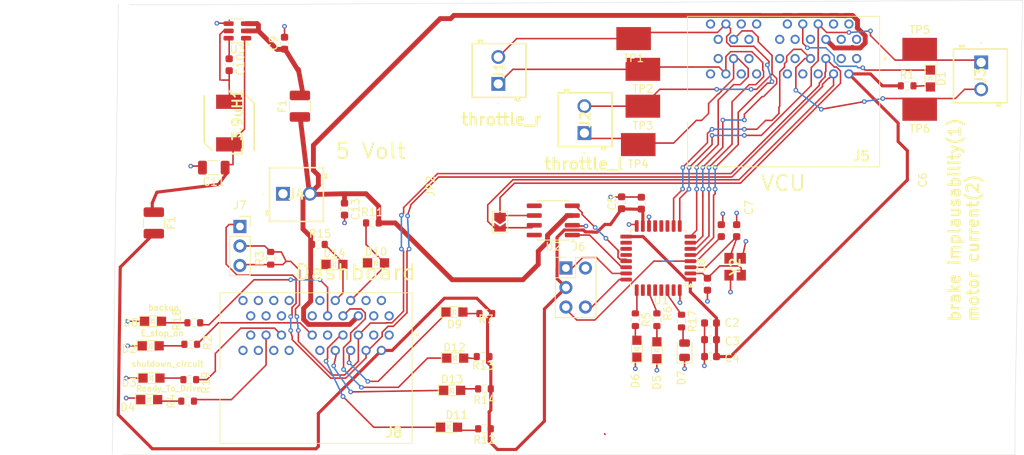
<source format=kicad_pcb>
(kicad_pcb (version 20241229) (generator "pcbnew") (generator_version "9.0")
  (layers (0 "F.Cu" signal) (2 "B.Cu" signal) (13 "F.Paste" user) (15 "B.Paste" user) (5 "F.SilkS" user "F.Silkscreen") (7 "B.SilkS" user "B.Silkscreen") (1 "F.Mask" user) (3 "B.Mask" user) (25 "Edge.Cuts" user))
  (net 0 "")
  (net 1 "GND")
  (net 2 "+3V3")
  (net 3 "/NRST")
  (net 4 "Net-(D4-A)")
  (net 5 "/Ready_to_drive")
  (net 6 "Net-(U1-(TIM2_ETR{slash}TIM2_CH1{slash}GPIO_EXTI15)PA15)")
  (net 7 "Net-(U1-(TIM17_BKIN{slash}SPI1_MISO{slash}TIM3_CH1{slash}TIM16_CH1{slash}GPIO_EXTI4)PB4)")
  (net 8 "Net-(D2-A)")
  (net 9 "Net-(D3-A)")
  (net 10 "Net-(D6-A)")
  (net 11 "Net-(D7-A)")
  (net 14 "/SWCLK")
  (net 15 "Net-(D8-A)")
  (net 16 "Net-(D9-A)")
  (net 18 "Net-(D10-A)")
  (net 19 "Net-(U1-PF1-OSC_OUT)")
  (net 20 "Net-(U1-PF0-OSC_IN)")
  (net 21 "Net-(D11-A)")
  (net 23 "Net-(D12-A)")
  (net 24 "/SWDIO")
  (net 25 "+5V")
  (net 26 "Net-(D1-A)")
  (net 27 "Net-(D5-A)")
  (net 28 "/shutdown_circuit_triggered")
  (net 29 "Net-(D13-A)")
  (net 30 "Net-(D14-A)")
  (net 31 "/throttle_r+")
  (net 32 "/throttle_r-")
  (net 33 "/throttle_l+")
  (net 34 "/throttle_l-")
  (net 35 "/CAN_-")
  (net 36 "Net-(U3-SW)")
  (net 37 "/E_stop_on")
  (net 38 "/CAN_+")
  (net 39 "/break_pressure_sensor")
  (net 40 "/motor_current_sense")
  (net 41 "Net-(U1-(TIM4_ETR{slash}USART1_CK{slash}GPIO_EXTI8)PA8)")
  (net 42 "/CAN_TX")
  (net 43 "/CAN_RX")
  (net 44 "Net-(U3-BST)")
  (net 62 "Net-(D1-K)")
  (net 71 "Net-(D9-K)")
  (net 72 "Net-(D14-K)")
  (net 73 "Net-(J8-io_7)")
  (net 74 "Net-(D11-K)")
  (net 75 "Net-(D12-K)")
  (net 77 "Net-(U3-FB)")
  (net 79 "Net-(D10-K)")
  (net 80 "Net-(U1-(TIM3_CH4{slash}TIM4_CH2{slash}TIM17_CH1N{slash}GPIO_EXTI7)PB7)")
  (net 81 "x")
  (footprint "OEM:LED_0805_OEM" (layer "F.Cu") (at 119.425 111.575 90)
    (property "Reference" "D5")
    (property "Value" "LED_Motor_Current_Issue_If_On" (hide yes))
  )
  (footprint "OEM:LED_0805_OEM" (layer "F.Cu") (at 53.9 107.8)
    (property "Reference" "D8")
    (property "Value" "LED" (hide yes))
  )
  (footprint "OEM:Test_Point_SMD" (layer "F.Cu") (at 117.6 79.8)
    (property "Reference" "TP3")
    (property "Value" "TestPoint")
  )
  (footprint "OEM:R_0603_1608Metric" (layer "F.Cu") (at 69.2 99.6 90)
    (property "Reference" "R3")
    (property "Value" "R_1k_0.1W" (hide yes))
  )
  (footprint "OEM:Fuse_1210_3225Metric" (layer "F.Cu") (at 54 95 -90)
    (property "Reference" "F1")
    (property "Value" "F_500mA_16V")
  )
  (footprint "OEM:LED_0805_OEM" (layer "F.Cu") (at 53.4 118)
    (property "Reference" "D4")
    (property "Value" "LED" (hide yes))
  )
  (footprint "OEM:R_0603_1608Metric" (layer "F.Cu") (at 151.975 77.15)
    (property "Reference" "R1")
    (property "Value" "R_1k_0.1W" (hide yes))
  )
  (footprint "OEM:R_0603_1608Metric" (layer "F.Cu") (at 122.625 107.775 -90)
    (property "Reference" "R17")
    (property "Value" "R_1k_0.1W" (hide yes))
  )
  (footprint "OEM:Test_Point_SMD" (layer "F.Cu") (at 153.6 80.2)
    (property "Reference" "TP6")
    (property "Value" "TestPoint")
  )
  (footprint "OEM:R_0603_1608Metric" (layer "F.Cu") (at 82.425 95 180)
    (property "Reference" "R11")
    (property "Value" "R_1k_0.1W" (hide yes))
  )
  (footprint "OEM:D_0805_2012Metric" (layer "F.Cu") (at 123.025 111.575 90)
    (property "Reference" "D7")
    (property "Value" "LED_Throttle_Issue_If_On")
  )
  (footprint "OEM:TAD05021LG" (layer "F.Cu") (at 70.8 91.2)
    (property "Reference" "J4")
    (property "Value" "TWO_WIRE_SCREW_TERMINAL" (hide yes))
  )
  (footprint "OEM:LED_0805_OEM" (layer "F.Cu") (at 92.4 121.6)
    (property "Reference" "D11")
    (property "Value" "LED" (hide yes))
  )
  (footprint "OEM:C_0603_1608Metric" (layer "F.Cu") (at 78.8 93.2 -90)
    (property "Reference" "C13")
    (property "Value" "0u1F")
  )
  (footprint "OEM:R_0603_1608Metric" (layer "F.Cu") (at 96.825 112.4 180)
    (property "Reference" "R13")
    (property "Value" "R_1k_0.1W" (hide yes))
  )
  (footprint "OEM:C_0603_1608Metric" (layer "F.Cu") (at 71 71.6 90)
    (property "Reference" "C9")
    (property "Value" "C_10uF_10V")
  )
  (footprint "OEM:LED_0805_OEM" (layer "F.Cu") (at 155 76.2 -90)
    (property "Reference" "D1")
    (property "Value" "LED" (hide yes))
  )
  (footprint "Package_SO:SOIC-8_3.9x4.9mm_P1.27mm" (layer "F.Cu") (at 105.95 94.67 180)
    (property "Reference" "U2")
    (property "Value" "MCP2561-E-SN")
  )
  (footprint "OEM:R_0603_1608Metric" (layer "F.Cu") (at 97 116.6 180)
    (property "Reference" "R14")
    (property "Value" "R_1k_0.1W" (hide yes))
  )
  (footprint "OEM:Test_Point_SMD" (layer "F.Cu") (at 117 84.8)
    (property "Reference" "TP4")
    (property "Value" "TestPoint")
  )
  (footprint "OEM:LQFP-32_7x7mm_P0.8mm" (layer "F.Cu") (at 119.6 99.575 180)
    (property "Reference" "U1")
    (property "Value" "STM32G441KBT6")
  )
  (footprint "OEM:C_0603_1608Metric" (layer "F.Cu") (at 63.8 74.4 -90)
    (property "Reference" "C10")
    (property "Value" "C_0.1uF_16V")
  )
  (footprint "OEM:Test_Point_SMD" (layer "F.Cu") (at 116.4 71)
    (property "Reference" "TP1")
    (property "Value" "TestPoint" (hide yes))
  )
  (footprint "OEM:R_0603_1608Metric" (layer "F.Cu") (at 58.8 110.8)
    (property "Reference" "R2")
    (property "Value" "R_1k_0.1W" (hide yes))
  )
  (footprint "OEM:Test_Point_SMD" (layer "F.Cu") (at 117.6 75)
    (property "Reference" "TP2")
    (property "Value" "TestPoint")
  )
  (footprint "OEM:R_0603_1608Metric" (layer "F.Cu") (at 59.2 108 180)
    (property "Reference" "R18")
    (property "Value" "R_1k_0.1W" (hide yes))
  )
  (footprint "OEM:Fuse_1210_3225Metric" (layer "F.Cu") (at 73 79.8 90)
    (property "Reference" "F1")
    (property "Value" "F_500mA_16V")
  )
  (footprint "OEM:C_0603_1608Metric" (layer "F.Cu") (at 127.8 96 -90)
    (property "Reference" "C6" (hide yes))
    (property "Value" "C_0.1uF_16V")
  )
  (footprint "OEM:LED_0805_OEM" (layer "F.Cu") (at 53.7 115.2)
    (property "Reference" "D3")
    (property "Value" "LED" (hide yes))
  )
  (footprint "OEM:LED_0805_OEM" (layer "F.Cu") (at 53.6 111)
    (property "Reference" "D2")
    (property "Value" "LED" (hide yes))
  )
  (footprint "OEM:TAD05021LG" (layer "F.Cu") (at 161.6 74.1 -90)
    (property "Reference" "J3")
    (property "Value" "TWO_WIRE_SCREW_TERMINAL" (hide yes))
  )
  (footprint "OEM:LED_0805_OEM" (layer "F.Cu") (at 93.2 112.6)
    (property "Reference" "D12")
    (property "Value" "LED" (hide yes))
  )
  (footprint "OEM:R_0603_1608Metric" (layer "F.Cu") (at 97.175 106.8 180)
    (property "Reference" "R7")
    (property "Value" "R_1k_0.1W" (hide yes))
  )
  (footprint "OEM:TAD05021LG" (layer "F.Cu") (at 98.8 76.9 90)
    (property "Reference" "J1")
    (property "Value" "TWO_WIRE_SCREW_TERMINAL" (hide yes))
  )
  (footprint "OEM:Test_Point_SMD" (layer "F.Cu") (at 153.6 72.4 180)
    (property "Reference" "TP5")
    (property "Value" "TestPoint")
  )
  (footprint "OEM:J_PCIe_x1" (layer "F.Cu") (at 145.4 73.6)
    (property "Reference" "J5")
    (property "Value" "VCU_pinout" (hide yes))
  )
  (footprint "OEM:LED_0805_OEM" (layer "F.Cu") (at 93.1 106.6)
    (property "Reference" "D9")
    (property "Value" "LED" (hide yes))
  )
  (footprint "OEM:R_0603_1608Metric" (layer "F.Cu") (at 116.625 107.6 -90)
    (property "Reference" "R5")
    (property "Value" "R_1k_0.1W" (hide yes))
  )
  (footprint "OEM:C_1206_3216Metric" (layer "F.Cu") (at 61.8 87.8 180)
    (property "Reference" "C11")
    (property "Value" "C_22uF_25V")
  )
  (footprint "OEM:C_0603_1608Metric" (layer "F.Cu") (at 126.4 112.4)
    (property "Reference" "C4")
    (property "Value" "C_0.1uF_16V")
  )
  (footprint "OEM:LED_0805_OEM" (layer "F.Cu") (at 82.9 100.2)
    (property "Reference" "D10")
    (property "Value" "LED" (hide yes))
  )
  (footprint "OEM:LED_0805_OEM" (layer "F.Cu") (at 77.5 100.4)
    (property "Reference" "D14")
    (property "Value" "LED" (hide yes))
  )
  (footprint "OEM:C_0603_1608Metric" (layer "F.Cu") (at 117.4 92.425 90)
    (property "Reference" "C5")
    (property "Value" "C_1uF_25V")
  )
  (footprint "OEM:R_0603_1608Metric" (layer "F.Cu") (at 58.4 118.2)
    (property "Reference" "R4")
    (property "Value" "R_1k_0.1W" (hide yes))
  )
  (footprint "OEM:R_0603_1608Metric" (layer "F.Cu") (at 97 121.8 180)
    (property "Reference" "R12")
    (property "Value" "R_1k_0.1W" (hide yes))
  )
  (footprint "OEM:LED_0805_OEM" (layer "F.Cu") (at 92.8 116.8)
    (property "Reference" "D13")
    (property "Value" "LED" (hide yes))
  )
  (footprint "Jumper:SolderJumper-2_P1.3mm_Open_TrianglePad1.0x1.5mm" (layer "F.Cu") (at 99.025 94.9 -90)
    (property "Reference" "JP2" (hide yes))
    (property "Value" "SolderJumper_2_Open")
  )
  (footprint "OEM:J_Programming_Pin_Header_Keyed" (layer "F.Cu") (at 107.592426 100.867574)
    (property "Reference" "J6")
    (property "Value" "J_Programming_Pin_Header")
  )
  (footprint "OEM:SPM6530 (L_2.2uH_8.2A_19m_SMD - SPM6530T-2R2M)" (layer "F.Cu") (at 63.8 82 -90)
    (property "Reference" "L_3.9uH1")
    (property "Value" "L" (hide yes))
  )
  (footprint "OEM:LED_0805_OEM" (layer "F.Cu") (at 116.825 111.375 90)
    (property "Reference" "D6")
    (property "Value" "LED_break_implausability_if_on" (hide yes))
  )
  (footprint "OEM:R_0603_1608Metric" (layer "F.Cu") (at 119.425 107.6 -90)
    (property "Reference" "R6")
    (property "Value" "R_1k_0.1W" (hide yes))
  )
  (footprint "Connector_PinSocket_2.54mm:PinSocket_1x03_P2.54mm_Vertical" (layer "F.Cu") (at 65.2 95.46)
    (property "Reference" "J7")
    (property "Value" "Conn_01x03_Pin")
  )
  (footprint "OEM:C_0603_1608Metric" (layer "F.Cu") (at 114.83 92.375 90)
    (property "Reference" "C1" (hide yes))
    (property "Value" "C_10nF_50V" (hide yes))
  )
  (footprint "OEM:R_0603_1608Metric" (layer "F.Cu") (at 58.675 115.4)
    (property "Reference" "R19")
    (property "Value" "R_1k_0.1W" (hide yes))
  )
  (footprint "OEM:R_0603_1608Metric" (layer "F.Cu") (at 75.4 97.8)
    (property "Reference" "R15")
    (property "Value" "R_1k_0.1W" (hide yes))
  )
  (footprint "OEM:TAD05021LG" (layer "F.Cu") (at 110 83.3 90)
    (property "Reference" "J2")
    (property "Value" "TWO_WIRE_SCREW_TERMINAL" (hide yes))
  )
  (footprint "OEM:SOT-23-6" (layer "F.Cu") (at 64.8625 70 180)
    (property "Reference" "U3")
    (property "Value" "AP63203WU-7")
  )
  (footprint "OEM:C_0603_1608Metric" (layer "F.Cu") (at 126 102.975 -90)
    (property "Reference" "C8")
    (property "Value" "30pF")
  )
  (footprint "OEM:C_0603_1608Metric" (layer "F.Cu") (at 126.4 110.2)
    (property "Reference" "C3")
    (property "Value" "C_0.1uF_16V")
  )
  (footprint "OEM:C_0603_1608Metric" (layer "F.Cu") (at 126.4 108.025 180)
    (property "Reference" "C2")
    (property "Value" "C_0.47uF_25V")
  )
  (footprint "OEM:FA238160000MBC0 (X_16MHz_18pF_SMD - FA-238_16.0000MB-C0)" (layer "F.Cu") (at 129.6 100.7 -90)
    (property "Reference" "Y2")
    (property "Value" "X_Crystal_GND24" (hide yes))
  )
  (footprint "OEM:J_PCIe_x1" (layer "F.Cu") (at 84.6 109.6)
    (property "Reference" "J8")
    (property "Value" "Dashboard_PCIE" (hide yes))
  )
  (footprint "OEM:C_0603_1608Metric" (layer "F.Cu") (at 129.8 96 90)
    (property "Reference" "C7")
    (property "Value" "30pf")
  )
  (gr_line (start 53.8 92.4) (end 54.4 91) (stroke (width 0.406)) (layer "F.Cu") (net 2))
  (gr_line (start 77.8 111.8) (end 77.4 113.6) (stroke (width 0.2)) (layer "F.Cu") (net 29))
  (gr_line (start 130.6 99.2) (end 131 97.4) (stroke (width 0.2)) (layer "F.Cu") (net 1))
  (gr_line (start 72.8 75) (end 73.4 78.22) (stroke (width 0.635)) (layer "F.Cu") (net 25))
  (gr_line (start 78.8 94) (end 78.8 95) (stroke (width 0.2)) (layer "F.Cu") (net 1))
  (gr_line (start 125.6 112.6) (end 125.6 110.4) (stroke (width 0.2)) (layer "F.Cu") (net 1))
  (gr_line (start 118.425 104.175) (end 119.425 106.575) (stroke (width 0.2)) (layer "F.Cu") (net 27))
  (gr_line (start 54.8 111) (end 58 111) (stroke (width 0.2)) (layer "F.Cu") (net 8))
  (gr_line (start 153 77.2) (end 155 77.1) (stroke (width 0.2)) (layer "F.Cu") (net 26))
  (gr_line (start 129 102) (end 129 104) (stroke (width 0.2)) (layer "F.Cu") (net 1))
  (gr_line (start 74.254316 91.303311) (end 73 81) (stroke (width 0.635)) (layer "F.Cu") (net 25))
  (gr_line (start 123.025 112.575) (end 123.025 113.975) (stroke (width 0.2)) (layer "F.Cu") (net 1))
  (gr_line (start 116.825 104.175) (end 116.825 106.575) (stroke (width 0.2)) (layer "F.Cu") (net 10))
  (gr_line (start 147.2 70.6) (end 147.2 70) (stroke (width 0.2)) (layer "F.Cu") (net 39))
  (gr_line (start 116.625 113.975) (end 116.625 112.775) (stroke (width 0.2)) (layer "F.Cu") (net 1))
  (gr_line (start 62.4 90) (end 63.6 88.4) (stroke (width 0.406)) (layer "F.Cu") (net 2))
  (gr_line (start 62.6 71.4) (end 62.6 76.4) (stroke (width 0.2)) (layer "F.Cu") (net 36))
  (gr_line (start 55.2 115.2) (end 57.8 115.2) (stroke (width 0.2)) (layer "F.Cu") (net 9))
  (gr_line (start 87 94) (end 87.4 92.8) (stroke (width 0.2)) (layer "F.Cu") (net 38))
  (gr_line (start 120.825 104.375) (end 122.625 106.975) (stroke (width 0.2)) (layer "F.Cu") (net 11))
  (gr_line (start 117.6 95) (end 117.6 93.225) (stroke (width 0.406)) (layer "F.Cu") (net 2))
  (gr_line (start 114.825 101.575) (end 113.625 101.575) (stroke (width 0.2)) (layer "F.Cu") (net 24))
  (gr_line (start 70 72.4) (end 70.8 72.4) (stroke (width 0.635)) (layer "F.Cu") (net 25))
  (gr_line (start 122.825 108.775) (end 122.825 110.375) (stroke (width 0.2)) (layer "F.Cu"))
  (gr_line (start 91.6 116.8) (end 79.6 117) (stroke (width 0.2)) (layer "F.Cu") (net 29))
  (gr_line (start 72.8 75.2) (end 71.2 72.6) (stroke (width 0.635)) (layer "F.Cu") (net 25))
  (gr_line (start 118.4 95.007574) (end 118.4 94.207574) (stroke (width 0.2)) (layer "F.Cu") (net 1))
  (gr_line (start 128 93.8) (end 128 95) (stroke (width 0.2)) (layer "F.Cu") (net 1))
  (gr_line (start 129 99.2) (end 129.8 97) (stroke (width 0.2)) (layer "F.Cu") (net 19))
  (gr_line (start 64.3 85.55) (end 64.3 87.4) (stroke (width 0.2)) (layer "F.Cu") (net 2))
  (gr_line (start 94.2 116.6) (end 95.8 116.6) (stroke (width 0.2)) (layer "F.Cu") (net 29))
  (gr_line (start 117 91.625) (end 113.4 91.625) (stroke (width 0.2)) (layer "F.Cu") (net 1))
  (gr_line (start 125.4 90.6) (end 125.4 91.6) (stroke (width 0.2)) (layer "F.Cu") (net 34))
  (gr_line (start 131.4 83.6) (end 130.8 83.6) (stroke (width 0.2)) (layer "F.Cu") (net 39))
  (gr_line (start 129.8 95.3) (end 129.8 93.8) (stroke (width 0.2)) (layer "F.Cu") (net 1))
  (gr_line (start 78.8 91.2) (end 78.8 92.225) (stroke (width 0.635)) (layer "F.Cu") (net 25))
  (gr_line (start 57.6 118.2) (end 55 118.2) (stroke (width 0.2)) (layer "F.Cu") (net 4))
  (gr_line (start 109 95.4) (end 110.2 95.4) (stroke (width 0.2)) (layer "F.Cu") (net 1))
  (gr_line (start 54.4 91) (end 62.4 90) (stroke (width 0.406)) (layer "F.Cu") (net 2))
  (gr_line (start 149.4 78.8) (end 148.8 78.8) (stroke (width 0.2)) (layer "F.Cu") (net 40))
  (gr_line (start 63.8 77.2) (end 63.87343 79) (stroke (width 0.2)) (layer "F.Cu") (net 36))
  (gr_line (start 55.2 108) (end 58.4 108) (stroke (width 0.2)) (layer "F.Cu") (net 15))
  (gr_line (start 116.625 108.4) (end 116.625 110.375) (stroke (width 0.2)) (layer "F.Cu") (net 6))
  (gr_line (start 59.8 87.6) (end 59 87.6) (stroke (width 0.2)) (layer "F.Cu") (net 1))
  (gr_line (start 126.2 91.2) (end 126.2 90.4) (stroke (width 0.2)) (layer "F.Cu") (net 31))
  (gr_line (start 94.175 106.8) (end 96 106.8) (stroke (width 0.2)) (layer "F.Cu") (net 16))
  (gr_line (start 63.8 75.6) (end 63.8 77.2) (stroke (width 0.2)) (layer "F.Cu") (net 36))
  (gr_line (start 121.625 99.975) (end 123.792426 99.975) (stroke (width 0.2)) (layer "F.Cu") (net 3))
  (gr_line (start 116.7 95.2) (end 115.8 95.2) (stroke (width 0.2)) (layer "F.Cu") (net 1))
  (gr_line (start 113.4 95.2) (end 114.83 93.175) (stroke (width 0.406)) (layer "F.Cu") (net 2))
  (gr_line (start 121.6 91.8) (end 122.6 90.8) (stroke (width 0.2)) (layer "F.Cu") (net 40))
  (gr_line (start 126 105.2) (end 126 104) (stroke (width 0.2)) (layer "F.Cu") (net 1))
  (gr_line (start 140.8 80.2) (end 146.4 79.2) (stroke (width 0.2)) (layer "F.Cu") (net 40))
  (gr_line (start 119.425 108.4) (end 119.425 110.375) (stroke (width 0.2)) (layer "F.Cu"))
  (gr_line (start 71 70.62) (end 71 69.62) (stroke (width 0.2)) (layer "F.Cu") (net 1))
  (gr_line (start 59.5 115.4) (end 60.9 115.4) (stroke (width 0.2)) (layer "F.Cu") (net 9))
  (gr_line (start 127 91.2) (end 127 90.6) (stroke (width 0.2)) (layer "F.Cu") (net 32))
  (gr_line (start 64.3 87.4) (end 63.8 87.4) (stroke (width 0.2)) (layer "F.Cu") (net 2))
  (gr_line (start 71.8 109.2) (end 72 109.8) (stroke (width 0.2)) (layer "F.Cu") (net 38))
  (gr_line (start 76.4 113) (end 76.6 112.6) (stroke (width 0.2)) (layer "F.Cu") (net 74))
  (gr_line (start 64 95.2) (end 65.2 95.2) (stroke (width 0.2)) (layer "F.Cu") (net 38))
  (gr_line (start 59.25 118) (end 60.65 118) (stroke (width 0.2)) (layer "F.Cu") (net 4))
  (gr_line (start 62.8 76.4) (end 63.8 76.4) (stroke (width 0.2)) (layer "F.Cu") (net 36))
  (gr_line (start 63.8 73.6) (end 63.8 71.2) (stroke (width 0.2)) (layer "F.Cu") (net 44))
  (gr_line (start 122.425 103.875) (end 122.425 105.175) (stroke (width 0.2)) (layer "F.Cu") (net 1))
  (gr_line (start 125.6 113.6) (end 125.6 112.6) (stroke (width 0.2)) (layer "F.Cu") (net 1))
  (gr_line (start 63.2 69) (end 62.4 69) (stroke (width 0.2)) (layer "F.Cu") (net 1))
  (gr_line (start 81.6 91.2) (end 78.8 91.2) (stroke (width 0.635)) (layer "F.Cu") (net 25))
  (gr_line (start 117.6 93.225) (end 114.83 93.175) (stroke (width 0.406)) (layer "F.Cu") (net 2))
  (gr_line (start 95.8 122) (end 94 122) (stroke (width 0.2)) (layer "F.Cu") (net 21))
  (gr_line (start 78.8 91.2) (end 74.4 91.3) (stroke (width 0.635)) (layer "F.Cu") (net 25))
  (gr_line (start 94.1 112.5) (end 96.2 112.7) (stroke (width 0.2)) (layer "F.Cu") (net 23))
  (gr_line (start 71.2 100) (end 70.6 98.8) (stroke (width 0.2)) (layer "F.Cu") (net 35))
  (gr_line (start 53.8 92.4) (end 53.8 93) (stroke (width 0.406)) (layer "F.Cu") (net 2))
  (gr_line (start 119.425 114.175) (end 119.425 112.975) (stroke (width 0.2)) (layer "F.Cu") (net 1))
  (gr_line (start 79.4 113.2) (end 81.8 115.6) (stroke (width 0.2)) (layer "B.Cu") (net 71))
  (gr_line (start 126.2 87.8) (end 126.2 90.4) (stroke (width 0.2)) (layer "B.Cu") (net 31))
  (gr_line (start 86.2 94) (end 86.2 98.2) (stroke (width 0.2)) (layer "B.Cu") (net 35))
  (gr_line (start 146.4 79.2) (end 148.8 78.8) (stroke (width 0.2)) (layer "B.Cu") (net 40))
  (gr_line (start 130.8 81.6) (end 128 81.6) (stroke (width 0.2)) (layer "B.Cu") (net 34))
  (gr_line (start 120.025 99.975) (end 121.625 99.975) (stroke (width 0.2)) (layer "B.Cu"))
  (gr_line (start 146 74.8) (end 145.6 74.8) (stroke (width 0.2)) (layer "B.Cu") (net 62))
  (gr_line (start 78.6 117.6) (end 76.4 113) (stroke (width 0.2)) (layer "B.Cu") (net 74))
  (gr_line (start 72.8 109) (end 72.6 107.2) (stroke (width 0.2)) (layer "B.Cu") (net 35))
  (gr_line (start 123.6 87.8) (end 123.6 90.6) (stroke (width 0.2)) (layer "B.Cu") (net 39))
  (gr_line (start 71.8 107.2) (end 71.8 109) (stroke (width 0.2)) (layer "B.Cu") (net 38))
  (gr_line (start 124.6 90.4) (end 124.6 87.8) (stroke (width 0.2)) (layer "B.Cu") (net 33))
  (gr_line (start 133.8 74.5) (end 134.4 76.6) (stroke (width 0.2)) (layer "B.Cu") (net 32))
  (gr_line (start 131.6 77.6) (end 127.2 77.6) (stroke (width 0.2)) (layer "B.Cu") (net 34))
  (gr_line (start 127 88) (end 127 90.6) (stroke (width 0.2)) (layer "B.Cu") (net 32))
  (gr_line (start 122.8 87.8) (end 122.8 90.6) (stroke (width 0.2)) (layer "B.Cu") (net 40))
  (gr_line (start 130.8 83.6) (end 126.6 83.6) (stroke (width 0.2)) (layer "B.Cu") (net 39))
  (gr_line (start 137.6 77.8) (end 140.8 80.2) (stroke (width 0.2)) (layer "B.Cu") (net 40))
  (gr_line (start 111.4 95.6) (end 112.8 97) (stroke (width 0.2)) (layer "B.Cu") (net 43))
  (gr_line (start 71.8 102.4) (end 75.8 102.4) (stroke (width 0.2)) (layer "B.Cu") (net 15))
  (gr_line (start 77.4 113.8) (end 79.6 117) (stroke (width 0.2)) (layer "B.Cu") (net 29))
  (gr_line (start 78.8 114.2) (end 81 116.4) (stroke (width 0.2)) (layer "B.Cu") (net 75))
  (gr_line (start 130.6 82.8) (end 126.6 82.8) (stroke (width 0.2)) (layer "B.Cu") (net 40))
  (gr_line (start 147.2 70) (end 144.6 70.2) (stroke (width 0.2)) (layer "B.Cu") (net 39))
  (gr_line (start 125.4 90.6) (end 125.4 87.8) (stroke (width 0.2)) (layer "B.Cu") (net 34))
  (gr_line (start 87.2 98.4) (end 87 94.2) (stroke (width 0.2)) (layer "B.Cu") (net 38))
  (gr_line (start 166 119.6) (end 166 125.2) (stroke (width 0.05)) (layer "Edge.Cuts"))
  (gr_line (start 167 66) (end 166 119.6) (stroke (width 0.05)) (layer "Edge.Cuts"))
  (gr_line (start 49.4 66.5) (end 48.6 125.1) (stroke (width 0.05)) (layer "Edge.Cuts"))
  (gr_line (start 58.2 66.6) (end 50.8 66.6) (stroke (width 0.05)) (layer "Edge.Cuts"))
  (gr_line (start 166 125.2) (end 50 125.2) (stroke (width 0.05)) (layer "Edge.Cuts"))
  (gr_line (start 167 66) (end 58.2 66.6) (stroke (width 0.05)) (layer "Edge.Cuts"))
  (gr_text "backup" (at 53.2 106.47 0) (layer "F.SilkS") (effects (font (size 0.75 0.75) (thickness 0.15) (bold yes)) (justify left bottom)))
  (gr_text "brake implausability(1)\nmotor current(2)" (at 161.4 108 90) (layer "F.SilkS") (effects (font (size 1.5 1.5) (thickness 0.3) (bold yes)) (justify left bottom)))
  (gr_text "VCU" (at 132.8 91 0) (layer "F.SilkS") (effects (font (size 2 2) (thickness 0.25) (bold yes)) (justify left bottom)))
  (gr_text "Ready_To_Drive" (at 51.6 117 0) (layer "F.SilkS") (effects (font (size 0.75 0.75) (thickness 0.15) (bold yes)) (justify left bottom)))
  (gr_text "JP2" (at 90 90.2 90) (layer "F.SilkS") (effects (font (size 1 1))))
  (gr_text "shutdown_circuit" (at 51 113.8 0) (layer "F.SilkS") (effects (font (size 0.75 0.75) (thickness 0.15) (bold yes)) (justify left bottom)))
  (gr_text "throttle_r" (at 93.8 82.4 0) (layer "F.SilkS") (effects (font (size 1.5 1.5) (thickness 0.3) (bold yes)) (justify left bottom)))
  (gr_text "5 Volt" (at 77.45 86.8 0) (layer "F.SilkS") (effects (font (size 2 2) (thickness 0.25)) (justify left bottom)))
  (gr_text "E_stop_on" (at 52.2 109.8 0) (layer "F.SilkS") (effects (font (size 0.75 0.75) (thickness 0.15) (bold yes)) (justify left bottom)))
  (gr_text "Dashboard" (at 72.2 102.6 0) (layer "F.SilkS") (effects (font (size 2 2) (thickness 0.25)) (justify left bottom)))
  (gr_text "throttle_l" (at 104.6 88.2 0) (layer "F.SilkS") (effects (font (size 1.5 1.5) (thickness 0.3) (bold yes)) (justify left bottom)))
  (gr_text "C6" (at 154 89.4 90) (layer "F.SilkS") (effects (font (size 1 1))))
  (segment (start 52.1 117.8) (end 52.3 118) (width 0.2032) (layer "F.Cu") (net 1))
  (segment (start 50.6 111) (end 52.5 111) (width 0.2032) (layer "F.Cu") (net 1))
  (segment (start 125.625 108.025) (end 125.625 110.2) (width 0.2) (layer "F.Cu") (net 1))
  (segment (start 50.4 115.2) (end 52.6 115.2) (width 0.2032) (layer "F.Cu") (net 1))
  (segment (start 50.4 117.8) (end 52.1 117.8) (width 0.2032) (layer "F.Cu") (net 1))
  (segment (start 50.6 107.8) (end 52.8 107.8) (width 0.2032) (layer "F.Cu") (net 1))
  (via (at 78.8 95) (size 0.6) (drill 0.3) (layers "F.Cu" "B.Cu") (net 1))
  (via (at 123.025 113.975) (size 0.6) (drill 0.3) (layers "F.Cu" "B.Cu") (net 1))
  (via (at 116.625 113.975) (size 0.6) (drill 0.3) (layers "F.Cu" "B.Cu") (net 1))
  (via (at 50.4 115.2) (size 0.6) (drill 0.3) (layers "F.Cu" "B.Cu") (net 1))
  (via (at 125.6 113.6) (size 0.6) (drill 0.3) (layers "F.Cu" "B.Cu") (net 1))
  (via (at 129.8 93.7) (size 0.6) (drill 0.3) (layers "F.Cu" "B.Cu") (net 1))
  (via (at 113.4 91.625) (size 0.6) (drill 0.3) (layers "F.Cu" "B.Cu") (net 1))
  (via (at 126 105.2) (size 0.6) (drill 0.3) (layers "F.Cu" "B.Cu") (net 1))
  (via (at 128 93.8) (size 0.6) (drill 0.3) (layers "F.Cu" "B.Cu") (net 1))
  (via (at 122.425 105.375) (size 0.6) (drill 0.3) (layers "F.Cu" "B.Cu") (net 1))
  (via (at 50.6 107.8) (size 0.6) (drill 0.3) (layers "F.Cu" "B.Cu") (net 1))
  (via (at 129 104) (size 0.6) (drill 0.3) (layers "F.Cu" "B.Cu") (net 1))
  (via (at 118.4 94.207574) (size 0.6) (drill 0.3) (layers "F.Cu" "B.Cu") (net 1))
  (via (at 50.4 117.8) (size 0.6) (drill 0.3) (layers "F.Cu" "B.Cu") (net 1))
  (via (at 50.6 111) (size 0.6) (drill 0.3) (layers "F.Cu" "B.Cu") (net 1))
  (via (at 110.2 95.4) (size 0.6) (drill 0.3) (layers "F.Cu" "B.Cu") (net 1))
  (via (at 119.425 114.175) (size 0.6) (drill 0.3) (layers "F.Cu" "B.Cu") (net 1))
  (via (at 62.2 69) (size 0.6) (drill 0.3) (layers "F.Cu" "B.Cu") (net 1))
  (via (at 131 97.4) (size 0.6) (drill 0.3) (layers "F.Cu" "B.Cu") (net 1))
  (via (at 58.8 87.6) (size 0.6) (drill 0.3) (layers "F.Cu" "B.Cu") (net 1))
  (via (at 71 69.4) (size 0.6) (drill 0.3) (layers "F.Cu" "B.Cu") (net 1))
  (via (at 115.8 95.2) (size 0.6) (drill 0.3) (layers "F.Cu" "B.Cu") (net 1))
  (segment (start 97.625 123.425) (end 98.6 124.4) (width 0.4064) (layer "F.Cu") (net 2))
  (segment (start 109.875029 95.924972) (end 110.122457 96.1724) (width 0.406) (layer "F.Cu") (net 2))
  (segment (start 150.8 84.4) (end 152 85.6) (width 0.406) (layer "F.Cu") (net 2))
  (segment (start 127.175 108.025) (end 127.175 107.375) (width 0.406) (layer "F.Cu") (net 2))
  (segment (start 117.616818 96.775) (end 123.216818 102.375) (width 0.406) (layer "F.Cu") (net 2))
  (segment (start 97.825 119.375) (end 97.6 119.6) (width 0.4064) (layer "F.Cu") (net 2))
  (segment (start 123.216818 102.375) (end 123.775 102.375) (width 0.2032) (layer "F.Cu") (net 2))
  (segment (start 104.8 120.8) (end 101.104 124.496) (width 0.406) (layer "F.Cu") (net 2))
  (segment (start 106.441426 96.873606) (end 107.39006 95.924972) (width 0.406) (layer "F.Cu") (net 2))
  (segment (start 148.75 77.15) (end 151.15 77.15) (width 0.406) (layer "F.Cu") (net 2))
  (segment (start 83.6 111.6) (end 84.9916 111.6) (width 0.4064) (layer "F.Cu") (net 2))
  (segment (start 111.122457 96.1724) (end 111.151057 96.201) (width 0.2) (layer "F.Cu") (net 2))
  (segment (start 54 96.4) (end 49.636504 100.763496) (width 0.4064) (layer "F.Cu") (net 2))
  (segment (start 107.39006 95.924972) (end 109.875029 95.924972) (width 0.406) (layer "F.Cu") (net 2))
  (segment (start 104.8 106.2) (end 104.8 120.8) (width 0.406) (layer "F.Cu") (net 2))
  (segment (start 97.6 119.6) (end 97.625 119.625) (width 0.4064) (layer "F.Cu") (net 2))
  (segment (start 97.4 110.8) (end 97.4 113.175) (width 0.4064) (layer "F.Cu") (net 2))
  (segment (start 113.4 95.2) (end 112.649943 95.2) (width 0.406) (layer "F.Cu") (net 2))
  (segment (start 64.575 85.55) (end 64.3 85.55) (width 0.2032) (layer "F.Cu") (net 2))
  (segment (start 152 85.6) (end 152 89.425) (width 0.406) (layer "F.Cu") (net 2))
  (segment (start 91.7916 104.8) (end 96 104.8) (width 0.4064) (layer "F.Cu") (net 2))
  (segment (start 107.592426 103.407574) (end 106.441426 102.256574) (width 0.406) (layer "F.Cu") (net 2))
  (segment (start 150.8 82) (end 150.8 84.4) (width 0.406) (layer "F.Cu") (net 2))
  (segment (start 75.4 124.103) (end 75.4 119.8) (width 0.4064) (layer "F.Cu") (net 2))
  (segment (start 110.122457 96.1724) (end 111.122457 96.1724) (width 0.406) (layer "F.Cu") (net 2))
  (segment (start 97.825 116.2) (end 97.825 113.6) (width 0.4064) (layer "F.Cu") (net 2))
  (segment (start 107.592426 103.407574) (end 104.8 106.2) (width 0.406) (layer "F.Cu") (net 2))
  (segment (start 144.4 75.6) (end 147.2 75.6) (width 0.406) (layer "F.Cu") (net 2))
  (segment (start 144.4 75.6) (end 150.8 82) (width 0.406) (layer "F.Cu") (net 2))
  (segment (start 75.4 119.8) (end 83.6 111.6) (width 0.4064) (layer "F.Cu") (net 2))
  (segment (start 152 89.4) (end 129 112.4) (width 0.406) (layer "F.Cu") (net 2))
  (segment (start 96 104.8) (end 98 106.8) (width 0.4064) (layer "F.Cu") (net 2))
  (segment (start 65.8026 82.7724) (end 63.8 84.775) (width 0.2032) (layer "F.Cu") (net 2))
  (segment (start 147.2 75.6) (end 148.75 77.15) (width 0.406) (layer "F.Cu") (net 2))
  (segment (start 97.625 119.625) (end 97.625 121.8) (width 0.4064) (layer "F.Cu") (net 2))
  (segment (start 112.6185 122.448748) (end 112.69506 122.525308) (width 0.2) (layer "F.Cu") (net 2))
  (segment (start 65.8026 71.1474) (end 65.8026 82.7724) (width 0.2032) (layer "F.Cu") (net 2))
  (segment (start 123.775 103.975) (end 123.775 102.375) (width 0.406) (layer "F.Cu") (net 2))
  (segment (start 97.9 119.1) (end 97.9 118.8) (width 0.2) (layer "F.Cu") (net 2))
  (segment (start 101.104 124.496) (end 98.696 124.496) (width 0.406) (layer "F.Cu") (net 2))
  (segment (start 127.175 108.025) (end 127.175 110.2) (width 0.406) (layer "F.Cu") (net 2))
  (segment (start 111.648943 96.201) (end 112.001 95.848943) (width 0.406) (layer "F.Cu") (net 2))
  (segment (start 129 112.4) (end 127.175 112.4) (width 0.406) (layer "F.Cu") (net 2))
  (segment (start 66 70.95) (end 65.8026 71.1474) (width 0.2032) (layer "F.Cu") (net 2))
  (segment (start 75.103 124.4) (end 75.4 124.103) (width 0.4064) (layer "F.Cu") (net 2))
  (segment (start 112.649943 95.2) (end 112.001 95.848943) (width 0.406) (layer "F.Cu") (net 2))
  (segment (start 98.696 124.496) (end 98.6 124.4) (width 0.406) (layer "F.Cu") (net 2))
  (segment (start 49.636504 100.763496) (end 49.374241 119.974241) (width 0.4064) (layer "F.Cu") (net 2))
  (segment (start 127.175 107.375) (end 123.775 103.975) (width 0.406) (layer "F.Cu") (net 2))
  (segment (start 115.425 96.775) (end 117.616818 96.775) (width 0.406) (layer "F.Cu") (net 2))
  (segment (start 84.9916 111.6) (end 91.7916 104.8) (width 0.4064) (layer "F.Cu") (net 2))
  (segment (start 97.4 107.4) (end 98 106.8) (width 0.4064) (layer "F.Cu") (net 2))
  (segment (start 111.151057 96.201) (end 111.648943 96.201) (width 0.406) (layer "F.Cu") (net 2))
  (segment (start 97.4 110.8) (end 97.4 107.4) (width 0.4064) (layer "F.Cu") (net 2))
  (segment (start 97.825 113.6) (end 97.625 113.4) (width 0.4064) (layer "F.Cu") (net 2))
  (segment (start 53.8 124.4) (end 75.103 124.4) (width 0.4064) (layer "F.Cu") (net 2))
  (segment (start 97.825 116.2) (end 97.825 119.375) (width 0.4064) (layer "F.Cu") (net 2))
  (segment (start 97.625 121.8) (end 97.625 123.425) (width 0.4064) (layer "F.Cu") (net 2))
  (segment (start 49.374241 119.974241) (end 53.8 124.4) (width 0.4064) (layer "F.Cu") (net 2))
  (segment (start 127.175 112.4) (end 127.175 110.2) (width 0.406) (layer "F.Cu") (net 2))
  (segment (start 106.441426 102.256574) (end 106.441426 96.873606) (width 0.406) (layer "F.Cu") (net 2))
  (segment (start 97.4 113.175) (end 97.625 113.4) (width 0.4064) (layer "F.Cu") (net 2))
  (segment (start 119.025 99.975) (end 116.268426 102.731574) (width 0.2) (layer "F.Cu") (net 3))
  (segment (start 116.268426 102.737492) (end 116.022344 102.983574) (width 0.2) (layer "F.Cu") (net 3))
  (segment (start 116.022344 102.983574) (end 116.016426 102.983574) (width 0.2) (layer "F.Cu") (net 3))
  (segment (start 124.6 99.975) (end 123.775 99.975) (width 0.2032) (layer "F.Cu") (net 3))
  (segment (start 127.8 96.775) (end 124.6 99.975) (width 0.2032) (layer "F.Cu") (net 3))
  (segment (start 120.025 99.975) (end 119.025 99.975) (width 0.2) (layer "F.Cu") (net 3))
  (segment (start 109.003426 107.638574) (end 111.367344 107.638574) (width 0.2) (layer "F.Cu") (net 3))
  (segment (start 116.268426 102.731574) (end 116.268426 102.737492) (width 0.2) (layer "F.Cu") (net 3))
  (segment (start 107.852426 106.487574) (end 109.003426 107.638574) (width 0.2) (layer "F.Cu") (net 3))
  (segment (start 116.016426 102.983574) (end 111.361426 107.638574) (width 0.2) (layer "F.Cu") (net 3))
  (segment (start 64.095708 118) (end 68.6 113.495708) (width 0.2032) (layer "F.Cu") (net 4))
  (segment (start 68.6 113.495708) (end 68.6 109.6) (width 0.2032) (layer "F.Cu") (net 4))
  (segment (start 60.65 118) (end 64.095708 118) (width 0.2032) (layer "F.Cu") (net 4))
  (segment (start 70.97647 108) (end 73 108) (width 0.2032) (layer "F.Cu") (net 8))
  (segment (start 59.625 110.8) (end 62.425 108) (width 0.2032) (layer "F.Cu") (net 8))
  (segment (start 68.22613 108.0026) (end 68.97387 108.0026) (width 0.2032) (layer "F.Cu") (net 8))
  (segment (start 70.22613 108.0026) (end 70.97387 108.0026) (width 0.2032) (layer "F.Cu") (net 8))
  (segment (start 66.22613 108.0026) (end 66.97387 108.0026) (width 0.2032) (layer "F.Cu") (net 8))
  (segment (start 68.97387 108.0026) (end 68.97647 108) (width 0.2032) (layer "F.Cu") (net 8))
  (segment (start 68.22353 108) (end 68.22613 108.0026) (width 0.2032) (layer "F.Cu") (net 8))
  (segment (start 62.425 108) (end 66.22353 108) (width 0.2032) (layer "F.Cu") (net 8))
  (segment (start 66.97387 108.0026) (end 66.97647 108) (width 0.2032) (layer "F.Cu") (net 8))
  (segment (start 70.22353 108) (end 70.22613 108.0026) (width 0.2032) (layer "F.Cu") (net 8))
  (segment (start 73 108) (end 74.6 109.6) (width 0.2032) (layer "F.Cu") (net 8))
  (segment (start 66.97647 108) (end 68.22353 108) (width 0.2032) (layer "F.Cu") (net 8))
  (segment (start 70.97387 108.0026) (end 70.97647 108) (width 0.2032) (layer "F.Cu") (net 8))
  (segment (start 68.97647 108) (end 70.22353 108) (width 0.2032) (layer "F.Cu") (net 8))
  (segment (start 66.22353 108) (end 66.22613 108.0026) (width 0.2032) (layer "F.Cu") (net 8))
  (segment (start 69.6974 108.6974) (end 65.3026 108.6974) (width 0.2032) (layer "F.Cu") (net 9))
  (segment (start 70.6 109.6) (end 69.6974 108.6974) (width 0.2032) (layer "F.Cu") (net 9))
  (segment (start 62 114.3) (end 62 112) (width 0.2032) (layer "F.Cu") (net 9))
  (segment (start 60.9 115.4) (end 62 114.3) (width 0.2032) (layer "F.Cu") (net 9))
  (segment (start 65.3026 108.6974) (end 62 112) (width 0.2032) (layer "F.Cu") (net 9))
  (segment (start 115.425 102.375) (end 114.53 102.375) (width 0.2) (layer "F.Cu") (net 14))
  (segment (start 114.53 102.375) (end 110.792426 106.112574) (width 0.2) (layer "F.Cu") (net 14))
  (segment (start 60.025 108) (end 60.280132 108.255132) (width 0.2032) (layer "F.Cu") (net 15))
  (segment (start 76.6 103.4) (end 76.6 107.1) (width 0.2032) (layer "F.Cu") (net 15))
  (segment (start 67.02353 102.4) (end 71.8 102.4) (width 0.2032) (layer "F.Cu") (net 15))
  (segment (start 75.6 102.4) (end 76.6 103.4) (width 0.2032) (layer "F.Cu") (net 15))
  (segment (start 61.168398 108.255132) (end 67.02353 102.4) (width 0.2032) (layer "F.Cu") (net 15))
  (segment (start 60.280132 108.255132) (end 61.168398 108.255132) (width 0.2032) (layer "F.Cu") (net 15))
  (via (at 71.8 102.4) (size 0.6) (drill 0.3) (layers "F.Cu" "B.Cu") (net 15))
  (via (at 75.6 102.4) (size 0.6) (drill 0.3) (layers "F.Cu" "B.Cu") (net 15))
  (segment (start 84 100.7) (end 84 100.2) (width 0.2032) (layer "F.Cu") (net 18))
  (segment (start 81.6 95) (end 81.6 97.8) (width 0.2032) (layer "F.Cu") (net 18))
  (segment (start 81.6 97.8) (end 84 100.2) (width 0.2032) (layer "F.Cu") (net 18))
  (segment (start 79.6 105.1) (end 84 100.7) (width 0.2032) (layer "F.Cu") (net 18))
  (segment (start 123.567426 100.832574) (end 123.571626 100.828374) (width 0.2032) (layer "F.Cu") (net 19))
  (segment (start 123.775 100.775) (end 125.8 100.775) (width 0.2) (layer "F.Cu") (net 19))
  (segment (start 125.8 100.775) (end 129.8 96.775) (width 0.2) (layer "F.Cu") (net 19))
  (segment (start 126 102.2) (end 127.5974 100.6026) (width 0.2032) (layer "F.Cu") (net 20))
  (segment (start 123.775 101.575) (end 125.375 101.575) (width 0.2032) (layer "F.Cu") (net 20))
  (segment (start 130.1058 100.6026) (end 130.4 100.8968) (width 0.2032) (layer "F.Cu") (net 20))
  (segment (start 127.5974 100.6026) (end 130.1058 100.6026) (width 0.2032) (layer "F.Cu") (net 20))
  (segment (start 125.375 101.575) (end 126 102.2) (width 0.2032) (layer "F.Cu") (net 20))
  (segment (start 130.4 100.8968) (end 130.4 101.8) (width 0.2032) (layer "F.Cu") (net 20))
  (segment (start 111.542255 99.492255) (end 113.625 101.575) (width 0.2) (layer "F.Cu") (net 24))
  (segment (start 108.252426 101.032574) (end 109.792745 99.492255) (width 0.2) (layer "F.Cu") (net 24))
  (segment (start 109.792745 99.492255) (end 111.542255 99.492255) (width 0.2) (layer "F.Cu") (net 24))
  (segment (start 144.859101 72.140899) (end 144.7815 72.2185) (width 0.635) (layer "F.Cu") (net 25))
  (segment (start 74.3 91.2) (end 75.4 90.1) (width 0.635) (layer "F.Cu") (net 25))
  (segment (start 83.25 92.85) (end 83.25 95) (width 0.635) (layer "F.Cu") (net 25))
  (segment (start 73.4 91.8) (end 73.4 95.8) (width 0.635) (layer "F.Cu") (net 25))
  (segment (start 74.136702 108.2185) (end 79.4815 108.2185) (width 0.635) (layer "F.Cu") (net 25))
  (segment (start 142.863298 67.9815) (end 142.881798 68) (width 0.635) (layer "F.Cu") (net 25))
  (segment (start 105.2 96.605442) (end 107.770442 94.035) (width 0.635) (layer "F.Cu") (net 25))
  (segment (start 141.918202 68) (end 141.936702 67.9815) (width 0.635) (layer "F.Cu") (net 25))
  (segment (start 73.4 95.8) (end 74.4 96.8) (width 0.635) (layer "F.Cu") (net 25))
  (segment (start 74 91.2) (end 73.4 91.8) (width 0.635) (layer "F.Cu") (net 25))
  (segment (start 74.7565 88.1565) (end 74.7565 84.886966) (width 0.635) (layer "F.Cu") (net 25))
  (segment (start 145.5185 68.636702) (end 145.5185 69.563298) (width 0.635) (layer "F.Cu") (net 25))
  (segment (start 104 100.4) (end 104 98.667558) (width 0.635) (layer "F.Cu") (net 25))
  (segment (start 73.4815 106.1185) (end 73.4815 107.563298) (width 0.635) (layer "F.Cu") (net 25))
  (segment (start 146.5185 70.636702) (end 146.5185 71.563298) (width 0.635) (layer "F.Cu") (net 25))
  (segment (start 132.863298 67.9815) (end 132.881798 68) (width 0.635) (layer "F.Cu") (net 25))
  (segment (start 79.4815 108.2185) (end 80.6 107.1) (width 0.635) (layer "F.Cu") (net 25))
  (segment (start 142.881798 68) (end 143.881798 68) (width 0.635) (layer "F.Cu") (net 25))
  (segment (start 143.881798 68) (end 143.9 68.018202) (width 0.635) (layer "F.Cu") (net 25))
  (segment (start 136.881798 68) (end 137.918202 68) (width 0.635) (layer "F.Cu") (net 25))
  (segment (start 104 98.667558) (end 105.2 97.467558) (width 0.635) (layer "F.Cu") (net 25))
  (segment (start 74.7565 84.886966) (end 91.243466 68.4) (width 0.635) (layer "F.Cu") (net 25))
  (segment (start 144.936702 72.2185) (end 144.859101 72.140899) (width 0.635) (layer "F.Cu") (net 25))
  (segment (start 144.863298 67.9815) (end 145.5185 68.636702) (width 0.635) (layer "F.Cu") (net 25))
  (segment (start 143.9 68.018202) (end 143.936702 67.9815) (width 0.635) (layer "F.Cu") (net 25))
  (segment (start 85.4 95) (end 92.8 102.4) (width 0.635) (layer "F.Cu") (net 25))
  (segment (start 144.7815 72.2185) (end 142.5185 72.2185) (width 0.635) (layer "F.Cu") (net 25))
  (segment (start 67.6065 70) (end 70.0065 72.4) (width 0.635) (layer "F.Cu") (net 25))
  (segment (start 66 70) (end 67.6065 70) (width 0.635) (layer "F.Cu") (net 25))
  (segment (start 74.4 96.8) (end 74.4 105.2) (width 0.635) (layer "F.Cu") (net 25))
  (segment (start 140.863298 67.9815) (end 140.881798 68) (width 0.635) (layer "F.Cu") (net 25))
  (segment (start 145.481798 69.6) (end 146.5185 70.636702) (width 0.635) (layer "F.Cu") (net 25))
  (segment (start 136.863298 67.9815) (end 136.881798 68) (width 0.635) (layer "F.Cu") (net 25))
  (segment (start 83.25 95) (end 85.4 95) (width 0.635) (layer "F.Cu") (net 25))
  (segment (start 67.6065 70) (end 67.6065 69.2065) (width 0.635) (layer "F.Cu") (net 25))
  (segment (start 74.4 105.2) (end 73.4815 106.1185) (width 0.635) (layer "F.Cu") (net 25))
  (segment (start 146.5185 71.563298) (end 145.863298 72.2185) (width 0.635) (layer "F.Cu") (net 25))
  (segment (start 141.936702 67.9815) (end 142.863298 67.9815) (width 0.635) (layer "F.Cu") (net 25))
  (segment (start 63.815 68.6175) (end 63.8175 68.6175) (width 0.2032) (layer "F.Cu") (net 25))
  (segment (start 102 102.4) (end 104 100.4) (width 0.635) (layer "F.Cu") (net 25))
  (segment (start 137.918202 68) (end 137.936702 67.9815) (width 0.635) (layer "F.Cu") (net 25))
  (segment (start 142.5185 72.2185) (end 141.4 71.1) (width 0.635) (layer "F.Cu") (net 25))
  (segment (start 67.45 69.05) (end 66 69.05) (width 0.635) (layer "F.Cu") (net 25))
  (segment (start 137.936702 67.9815) (end 140.863298 67.9815) (width 0.635) (layer "F.Cu") (net 25))
  (segment (start 107.770442 94.035) (end 108.425 94.035) (width 0.635) (layer "F.Cu") (net 25))
  (segment (start 145.863298 72.2185) (end 144.936702 72.2185) (width 0.635) (layer "F.Cu") (net 25))
  (segment (start 67.6065 69.2065) (end 67.45 69.05) (width 0.635) (layer "F.Cu") (net 25))
  (segment (start 135.918202 68) (end 135.936702 67.9815) (width 0.635) (layer "F.Cu") (net 25))
  (segment (start 145.5185 69.563298) (end 145.481798 69.6) (width 0.635) (layer "F.Cu") (net 25))
  (segment (start 92.6 68.4) (end 93.0185 67.9815) (width 0.635) (layer "F.Cu") (net 25))
  (segment (start 132.881798 68) (end 135.918202 68) (width 0.635) (layer "F.Cu") (net 25))
  (segment (start 143.936702 67.9815) (end 144.863298 67.9815) (width 0.635) (layer "F.Cu") (net 25))
  (segment (start 105.2 97.467558) (end 105.2 96.605442) (width 0.635) (layer "F.Cu") (net 25))
  (segment (start 75.4 90.1) (end 75.4 88.8) (width 0.635) (layer "F.Cu") (net 25))
  (segment (start 81.6 91.2) (end 83.25 92.85) (width 0.635) (layer "F.Cu") (net 25))
  (segment (start 91.243466 68.4) (end 92.6 68.4) (width 0.635) (layer "F.Cu") (net 25))
  (segment (start 93.0185 67.9815) (end 132.863298 67.9815) (width 0.635) (layer "F.Cu") (net 25))
  (segment (start 135.936702 67.9815) (end 136.863298 67.9815) (width 0.635) (layer "F.Cu") (net 25))
  (segment (start 73.4815 107.563298) (end 74.136702 108.2185) (width 0.635) (layer "F.Cu") (net 25))
  (segment (start 75.4 88.8) (end 74.7565 88.1565) (width 0.635) (layer "F.Cu") (net 25))
  (segment (start 140.881798 68) (end 141.918202 68) (width 0.635) (layer "F.Cu") (net 25))
  (segment (start 92.8 102.4) (end 102 102.4) (width 0.635) (layer "F.Cu") (net 25))
  (via (at 77.4 113.6) (size 0.6) (drill 0.3) (layers "F.Cu" "B.Cu") (net 29))
  (via (at 79.6 117) (size 0.6) (drill 0.3) (layers "F.Cu" "B.Cu") (net 29))
  (segment (start 78.6 100.175) (end 78.6 100.4) (width 0.2032) (layer "F.Cu") (net 30))
  (segment (start 78.6 104.1) (end 77.6 105.1) (width 0.2032) (layer "F.Cu") (net 30))
  (segment (start 76.225 97.8) (end 78.6 100.175) (width 0.2032) (layer "F.Cu") (net 30))
  (segment (start 78.6 100.4) (end 78.6 104.1) (width 0.2032) (layer "F.Cu") (net 30))
  (segment (start 126.2 87.750057) (end 126.2 87.8) (width 0.2) (layer "F.Cu") (net 31))
  (segment (start 128.4 73.325793) (end 129.026793 72.699) (width 0.2) (layer "F.Cu") (net 31))
  (segment (start 127.499 74.699) (end 124 74.699) (width 0.2) (layer "F.Cu") (net 31))
  (segment (start 124.524999 98.375) (end 126.2 96.699999) (width 0.2) (layer "F.Cu") (net 31))
  (segment (start 123.775 98.375) (end 124.524999 98.375) (width 0.2) (layer "F.Cu") (net 31))
  (segment (start 128.4 75.6) (end 127.499 74.699) (width 0.2) (layer "F.Cu") (net 31))
  (segment (start 100.7 75) (end 98.8 76.9) (width 0.2) (layer "F.Cu") (net 31))
  (segment (start 133.301 75.973207) (end 132.275207 76.999) (width 0.2) (layer "F.Cu") (net 31))
  (segment (start 126.2 96.699999) (end 126.2 91.2) (width 0.2) (layer "F.Cu") (net 31))
  (segment (start 117.6 75) (end 100.7 75) (width 0.2) (layer "F.Cu") (net 31))
  (segment (start 132.275207 76.999) (end 131.425264 76.999) (width 0.2) (layer "F.Cu") (net 31))
  (segment (start 119.699 74.699) (end 119.6 74.6) (width 0.2) (layer "F.Cu") (net 31))
  (segment (start 131.425264 76.999) (end 129.201 79.223264) (width 0.2) (layer "F.Cu") (net 31))
  (segment (start 133.2 74.125793) (end 133.2 75.125793) (width 0.2) (layer "F.Cu") (net 31))
  (segment (start 131.773207 72.699) (end 133.2 74.125793) (width 0.2) (layer "F.Cu") (net 31))
  (segment (start 133.2 75.125793) (end 133.301 75.226793) (width 0.2) (layer "F.Cu") (net 31))
  (segment (start 124 74.699) (end 119.699 74.699) (width 0.2) (layer "F.Cu") (net 31))
  (segment (start 129.201 84.749057) (end 126.2 87.750057) (width 0.2) (layer "F.Cu") (net 31))
  (segment (start 128.4 75.6) (end 128.4 73.325793) (width 0.2) (layer "F.Cu") (net 31))
  (segment (start 133.301 75.226793) (end 133.301 75.973207) (width 0.2) (layer "F.Cu") (net 31))
  (segment (start 129.201 79.223264) (end 129.201 84.749057) (width 0.2) (layer "F.Cu") (net 31))
  (segment (start 129.026793 72.699) (end 131.773207 72.699) (width 0.2) (layer "F.Cu") (net 31))
  (via (at 126.2 90.6) (size 0.6) (drill 0.3) (layers "F.Cu" "B.Cu") (net 31))
  (via (at 126.2 87.8) (size 0.6) (drill 0.3) (layers "F.Cu" "B.Cu") (net 31))
  (via (at 126.2 90.6) (size 0.6) (drill 0.3) (layers "F.Cu" "B.Cu") (net 31))
  (segment (start 129 69.7) (end 128.4 69.1) (width 0.2) (layer "F.Cu") (net 32))
  (segment (start 129 70.225793) (end 129 69.7) (width 0.2) (layer "F.Cu") (net 32))
  (segment (start 132.0339 72.001) (end 129.026793 72.001) (width 0.2) (layer "F.Cu") (net 32))
  (segment (start 116.4 71) (end 101.2 71) (width 0.2) (layer "F.Cu") (net 32))
  (segment (start 130 84.8) (end 127 87.8) (width 0.2) (layer "F.Cu") (net 32))
  (segment (start 128.499 70.726793) (end 129 70.225793) (width 0.2) (layer "F.Cu") (net 32))
  (segment (start 134.4 76.6) (end 134.2 76.8) (width 0.2) (layer "F.Cu") (net 32))
  (segment (start 133.8 76.8) (end 130 80.6) (width 0.2) (layer "F.Cu") (net 32))
  (segment (start 127.301 70.199) (end 117.201 70.199) (width 0.2) (layer "F.Cu") (net 32))
  (segment (start 126.8 96.899999) (end 126.8 91.4) (width 0.2) (layer "F.Cu") (net 32))
  (segment (start 134.2 76.8) (end 133.8 76.8) (width 0.2) (layer "F.Cu") (net 32))
  (segment (start 101.2 71) (end 98.8 73.4) (width 0.2) (layer "F.Cu") (net 32))
  (segment (start 130 80.6) (end 130 84.8) (width 0.2) (layer "F.Cu") (net 32))
  (segment (start 129.026793 72.001) (end 129.025793 72) (width 0.2) (layer "F.Cu") (net 32))
  (segment (start 126.8 91.4) (end 127 91.2) (width 0.2) (layer "F.Cu") (net 32))
  (segment (start 133.8 74.425678) (end 133.999 74.226678) (width 0.2) (layer "F.Cu") (net 32))
  (segment (start 128.4 69.1) (end 127.301 70.199) (width 0.2) (layer "F.Cu") (net 32))
  (segment (start 129 71.974207) (end 128.499 71.473207) (width 0.2) (layer "F.Cu") (net 32))
  (segment (start 117.201 70.199) (end 116.4 71) (width 0.2) (layer "F.Cu") (net 32))
  (segment (start 128.499 71.473207) (end 128.499 70.726793) (width 0.2) (layer "F.Cu") (net 32))
  (segment (start 129.025793 72) (end 129 72) (width 0.2) (layer "F.Cu") (net 32))
  (segment (start 133.999 74.226678) (end 133.999 73.9661) (width 0.2) (layer "F.Cu") (net 32))
  (segment (start 124.524999 99.175) (end 126.8 96.899999) (width 0.2) (layer "F.Cu") (net 32))
  (segment (start 129 72) (end 129 71.974207) (width 0.2) (layer "F.Cu") (net 32))
  (segment (start 123.775 99.175) (end 124.524999 99.175) (width 0.2) (layer "F.Cu") (net 32))
  (segment (start 133.999 73.9661) (end 132.0339 72.001) (width 0.2) (layer "F.Cu") (net 32))
  (via (at 127 90.6) (size 0.6) (drill 0.3) (layers "F.Cu" "B.Cu") (net 32))
  (via (at 127 87.8) (size 0.6) (drill 0.3) (layers "F.Cu" "B.Cu") (net 32))
  (via (at 127 90.6) (size 0.6) (drill 0.3) (layers "F.Cu" "B.Cu") (net 32))
  (via (at 133.8 74.425678) (size 0.6) (drill 0.3) (layers "F.Cu" "B.Cu") (net 32))
  (via (at 134.4 76.6) (size 0.6) (drill 0.3) (layers "F.Cu" "B.Cu") (net 32))
  (segment (start 129.4 73.6) (end 130 73.6) (width 0.2) (layer "F.Cu") (net 33))
  (segment (start 131.301 74.901) (end 131.301 75.973207) (width 0.2) (layer "F.Cu") (net 33))
  (segment (start 117.2 84.6) (end 117 84.8) (width 0.2) (layer "F.Cu") (net 33))
  (segment (start 129.4 76.2) (end 127.801 77.799) (width 0.2) (layer "F.Cu") (net 33))
  (segment (start 124.6 87.6) (end 124.6 87.8) (width 0.2) (layer "F.Cu") (net 33))
  (segment (start 127.399 78.201) (end 126.151 79.449) (width 0.2) (layer "F.Cu") (net 33))
  (segment (start 126.151 79.449) (end 126.151 80.742445) (width 0.2) (layer "F.Cu") (net 33))
  (segment (start 130.274207 77) (end 129.4 77) (width 0.2) (layer "F.Cu") (net 33))
  (segment (start 127.4 84.8) (end 124.6 87.6) (width 0.2) (layer "F.Cu") (net 33))
  (segment (start 131.301 75.973207) (end 130.274207 77) (width 0.2) (layer "F.Cu") (net 33))
  (segment (start 125.242445 81.651) (end 124.549 81.651) (width 0.2) (layer "F.Cu") (net 33))
  (segment (start 115.8 84) (end 110.2 84) (width 0.2) (layer "F.Cu") (net 33))
  (segment (start 124.6 90.6) (end 124.6 90.4) (width 0.2) (layer "F.Cu") (net 33))
  (segment (start 127.448943 78.201) (end 127.399 78.201) (width 0.2) (layer "F.Cu") (net 33))
  (segment (start 130 73.6) (end 131.301 74.901) (width 0.2) (layer "F.Cu") (net 33))
  (segment (start 129.4 73.6) (end 129.4 76.2) (width 0.2) (layer "F.Cu") (net 33))
  (segment (start 121.6 84.6) (end 117.2 84.6) (width 0.2) (layer "F.Cu") (net 33))
  (segment (start 129.4 73.6) (end 129.699 73.6) (width 0.2) (layer "F.Cu") (net 33))
  (segment (start 127.801 77.848943) (end 127.448943 78.201) (width 0.2) (layer "F.Cu") (net 33))
  (segment (start 124.6 95.95) (end 124.6 90.6) (width 0.2) (layer "F.Cu") (net 33))
  (segment (start 127.801 77.799) (end 127.801 77.848943) (width 0.2) (layer "F.Cu") (net 33))
  (segment (start 127.4 79) (end 127.4 84.8) (width 0.2) (layer "F.Cu") (net 33))
  (segment (start 123.775 96.775) (end 124.6 95.95) (width 0.2) (layer "F.Cu") (net 33))
  (segment (start 129.4 77) (end 127.4 79) (width 0.2) (layer "F.Cu") (net 33))
  (segment (start 124.549 81.651) (end 121.6 84.6) (width 0.2) (layer "F.Cu") (net 33))
  (segment (start 126.151 80.742445) (end 125.242445 81.651) (width 0.2) (layer "F.Cu") (net 33))
  (via (at 124.6 90.6) (size 0.6) (drill 0.3) (layers "F.Cu" "B.Cu") (net 33))
  (via (at 124.6 90.6) (size 0.6) (drill 0.3) (layers "F.Cu" "B.Cu") (net 33))
  (via (at 124.6 87.8) (size 0.6) (drill 0.3) (layers "F.Cu" "B.Cu") (net 33))
  (segment (start 132.4 77.6) (end 131.674207 77.6) (width 0.2) (layer "F.Cu") (net 34))
  (segment (start 134.4 75.6) (end 135.001 76.201) (width 0.2) (layer "F.Cu") (net 34))
  (segment (start 125.4 96.699999) (end 125.4 91.4) (width 0.2) (layer "F.Cu") (net 34))
  (segment (start 131.8 70) (end 132.6 70.8) (width 0.2) (layer "F.Cu") (net 34))
  (segment (start 123.775 97.575) (end 124.524999 97.575) (width 0.2) (layer "F.Cu") (net 34))
  (segment (start 119.8 77.6) (end 127.2 77.6) (width 0.2) (layer "F.Cu") (net 34))
  (segment (start 134.4 73.2) (end 134.4 75.6) (width 0.2) (layer "F.Cu") (net 34))
  (segment (start 125.4 87.8) (end 125.4 87.750057) (width 0.2) (layer "F.Cu") (net 34))
  (segment (start 130.5 70) (end 131.8 70) (width 0.2) (layer "F.Cu") (net 34))
  (segment (start 128 85.150057) (end 128 81.6) (width 0.2) (layer "F.Cu") (net 34))
  (segment (start 135.001 76.201) (end 135.001 76.848943) (width 0.2) (layer "F.Cu") (net 34))
  (segment (start 132.6 71.4) (end 134.4 73.2) (width 0.2) (layer "F.Cu") (net 34))
  (segment (start 117.6 79.8) (end 110.7 79.8) (width 0.2) (layer "F.Cu") (net 34))
  (segment (start 133.107555 78.549) (end 130.8 80.856555) (width 0.2) (layer "F.Cu") (net 34))
  (segment (start 130.8 80.856555) (end 130.8 81.6) (width 0.2) (layer "F.Cu") (net 34))
  (segment (start 117.6 79.8) (end 119.8 77.6) (width 0.2) (layer "F.Cu") (net 34))
  (segment (start 132.6 70.8) (end 132.6 71.4) (width 0.2) (layer "F.Cu") (net 34))
  (segment (start 135.001 76.848943) (end 133.300943 78.549) (width 0.2) (layer "F.Cu") (net 34))
  (segment (start 129.4 71.1) (end 130.5 70) (width 0.2) (layer "F.Cu") (net 34))
  (segment (start 125.4 87.750057) (end 128 85.150057) (width 0.2) (layer "F.Cu") (net 34))
  (segment (start 133.300943 78.549) (end 133.107555 78.549) (width 0.2) (layer "F.Cu") (net 34))
  (segment (start 124.524999 97.575) (end 125.4 96.699999) (width 0.2) (layer "F.Cu") (net 34))
  (segment (start 134.4 75.6) (end 132.4 77.6) (width 0.2) (layer "F.Cu") (net 34))
  (via (at 125.4 87.8) (size 0.6) (drill 0.3) (layers "F.Cu" "B.Cu") (net 34))
  (via (at 127.2 77.6) (size 0.6) (drill 0.3) (layers "F.Cu" "B.Cu") (net 34))
  (via (at 130.8 81.6) (size 0.6) (drill 0.3) (layers "F.Cu" "B.Cu") (net 34))
  (via (at 128 81.6) (size 0.6) (drill 0.3) (layers "F.Cu" "B.Cu") (net 34))
  (via (at 125.4 90.6) (size 0.6) (drill 0.3) (layers "F.Cu" "B.Cu") (net 34))
  (via (at 131.674207 77.6) (size 0.6) (drill 0.3) (layers "F.Cu" "B.Cu") (net 34))
  (via (at 125.4 90.6) (size 0.6) (drill 0.3) (layers "F.Cu" "B.Cu") (net 34))
  (segment (start 140.773207 76.501) (end 140.773207 76.570268) (width 0.2) (layer "F.Cu") (net 35))
  (segment (start 99.025 94.175) (end 99.025 91.695462) (width 0.2032) (layer "F.Cu") (net 35))
  (segment (start 86.2 98.4) (end 86.474999 98.674999) (width 0.2) (layer "F.Cu") (net 35))
  (segment (start 86.487654 92.994148) (end 86.487654 93.712346) (width 0.2) (layer "F.Cu") (net 35))
  (segment (start 100.760231 89.960231) (end 100.895462 89.825) (width 0.2) (layer "F.Cu") (net 35))
  (segment (start 82.160886 108.039114) (end 80.6 109.6) (width 0.2) (layer "F.Cu") (net 35))
  (segment (start 84.234968 108.001) (end 84.196854 108.039114) (width 0.2) (layer "F.Cu") (net 35))
  (segment (start 100.895462 89.825) (end 130.293198 89.825) (width 0.2) (layer "F.Cu") (net 35))
  (segment (start 103.475 94.035) (end 99.165 94.035) (width 0.2032) (layer "F.Cu") (net 35))
  (segment (start 78.799 114.801) (end 77.1681 114.801) (width 0.2) (layer "F.Cu") (net 35))
  (segment (start 72.8 110.4329) (end 72.8 109) (width 0.2) (layer "F.Cu") (net 35))
  (segment (start 69.2 100.425) (end 65.315 100.425) (width 0.2032) (layer "F.Cu") (net 35))
  (segment (start 129.0579 88.575) (end 90.906802 88.575) (width 0.2) (layer "F.Cu") (net 35))
  (segment (start 143.301 76.817198) (end 143.301 75.226793) (width 0.2) (layer "F.Cu") (net 35))
  (segment (start 72.95098 101.15098) (end 71.8 100) (width 0.2) (layer "F.Cu") (net 35))
  (segment (start 142.499 74.699) (end 141.4 73.6) (width 0.2) (layer "F.Cu") (net 35))
  (segment (start 71.8 100) (end 71.2 100) (width 0.2) (layer "F.Cu") (net 35))
  (segment (start 140.558595 76.78488) (end 140.558595 77.074305) (width 0.2) (layer "F.Cu") (net 35))
  (segment (start 72.425 107.025) (end 72.425 106.185575) (width 0.2) (layer "F.Cu") (net 35))
  (segment (start 65.315 100.425) (end 65.2 100.54) (width 0.2032) (layer "F.Cu") (net 35))
  (segment (start 84.973207 108.001) (end 84.234968 108.001) (width 0.2) (layer "F.Cu") (net 35))
  (segment (start 72.95098 105.659595) (end 72.95098 101.15098) (width 0.2) (layer "F.Cu") (net 35))
  (segment (start 84.196854 108.039114) (end 82.160886 108.039114) (width 0.2) (layer "F.Cu") (net 35))
  (segment (start 80.6 113) (end 78.799 114.801) (width 0.2) (layer "F.Cu") (net 35))
  (segment (start 90.906802 88.575) (end 86.487654 92.994148) (width 0.2) (layer "F.Cu") (net 35))
  (segment (start 140.558595 77.074305) (end 129.0579 88.575) (width 0.2) (layer "F.Cu") (net 35))
  (segment (start 71.2 100) (end 70.775 100.425) (width 0.2) (layer "F.Cu") (net 35))
  (segment (start 70.775 100.425) (end 69.2 100.425) (width 0.2) (layer "F.Cu") (net 35))
  (segment (start 141.301 75.380801) (end 141.301 75.973207) (width 0.2) (layer "F.Cu") (net 35))
  (segment (start 65.2 98) (end 68.425 98) (width 0.2032) (layer "F.Cu") (net 35))
  (segment (start 130.293198 89.825) (end 143.301 76.817198) (width 0.2) (layer "F.Cu") (net 35))
  (segment (start 86.474999 98.674999) (end 86.474999 106.499208) (width 0.2) (layer "F.Cu") (net 35))
  (segment (start 142.773207 74.699) (end 142.499 74.699) (width 0.2) (layer "F.Cu") (net 35))
  (segment (start 70.575 98.775) (end 69.2 98.775) (width 0.2) (layer "F.Cu") (net 35))
  (segment (start 86.474999 106.499208) (end 84.973207 108.001) (width 0.2) (layer "F.Cu") (net 35))
  (segment (start 86.487654 93.712346) (end 86.2 94) (width 0.2) (layer "F.Cu") (net 35))
  (segment (start 141.4 75.281801) (end 141.301 75.380801) (width 0.2) (layer "F.Cu") (net 35))
  (segment (start 141.4 73.6) (end 141.4 75.281801) (width 0.2) (layer "F.Cu") (net 35))
  (segment (start 72.6 107.2) (end 72.425 107.025) (width 0.2) (layer "F.Cu") (net 35))
  (segment (start 140.773207 76.570268) (end 140.558595 76.78488) (width 0.2) (layer "F.Cu") (net 35))
  (segment (start 99.025 91.695462) (end 100.760231 89.960231) (width 0.2032) (layer "F.Cu") (net 35))
  (segment (start 143.301 75.226793) (end 142.773207 74.699) (width 0.2) (layer "F.Cu") (net 35))
  (segment (start 68.425 98) (end 69.2 98.775) (width 0.2032) (layer "F.Cu") (net 35))
  (segment (start 99.165 94.035) (end 99.025 94.175) (width 0.2032) (layer "F.Cu") (net 35))
  (segment (start 80.6 109.6) (end 80.6 113) (width 0.2) (layer "F.Cu") (net 35))
  (segment (start 141.301 75.973207) (end 140.773207 76.501) (width 0.2) (layer "F.Cu") (net 35))
  (segment (start 77.1681 114.801) (end 72.8 110.4329) (width 0.2) (layer "F.Cu") (net 35))
  (segment (start 72.425 106.185575) (end 72.95098 105.659595) (width 0.2) (layer "F.Cu") (net 35))
  (via (at 72.6 107.2) (size 0.6) (drill 0.3) (layers "F.Cu" "B.Cu") (net 35))
  (via (at 72.8 109) (size 0.6) (drill 0.3) (layers "F.Cu" "B.Cu") (net 35))
  (via (at 86.2 98.4) (size 0.6) (drill 0.3) (layers "F.Cu" "B.Cu") (net 35))
  (via (at 86.2 94) (size 0.6) (drill 0.3) (layers "F.Cu" "B.Cu") (net 35))
  (segment (start 63.062501 70) (end 63.725 70) (width 0.2) (layer "F.Cu") (net 36))
  (segment (start 62.6 70.462501) (end 63.062501 70) (width 0.2) (layer "F.Cu") (net 36))
  (segment (start 62.6 71.4) (end 62.6 70.462501) (width 0.2) (layer "F.Cu") (net 36))
  (segment (start 97.425 92.654538) (end 100.439769 89.639769) (width 0.2032) (layer "F.Cu") (net 38))
  (segment (start 129.175 89.025) (end 91.023902 89.025) (width 0.2) (layer "F.Cu") (net 38))
  (segment (start 81.874207 111.6) (end 83.699 109.775207) (width 0.2) (layer "F.Cu") (net 38))
  (segment (start 81.6 111.6) (end 81.6 112.5671) (width 0.2) (layer "F.Cu") (net 38))
  (segment (start 141.840405 76.159595) (end 141.75098 76.159595) (width 0.2) (layer "F.Cu") (net 38))
  (segment (start 72.501 102.251057) (end 72.048943 101.799) (width 0.2) (layer "F.Cu") (net 38))
  (segment (start 86.926979 98.673021) (end 87.2 98.4) (width 0.2) (layer "F.Cu") (net 38))
  (segment (start 63.4 100.36776) (end 63.4 95.6) (width 0.2) (layer "F.Cu") (net 38))
  (segment (start 72.048943 101.799) (end 71.975 101.799) (width 0.2) (layer "F.Cu") (net 38))
  (segment (start 81.6 111.6) (end 81.874207 111.6) (width 0.2) (layer "F.Cu") (net 38))
  (segment (start 83.699 109.226793) (end 84.472813 108.45298) (width 0.2) (layer "F.Cu") (net 38))
  (segment (start 72.501 105.473207) (end 72.501 102.251057) (width 0.2) (layer "F.Cu") (net 38))
  (segment (start 84.472813 108.45298) (end 85.160423 108.45298) (width 0.2) (layer "F.Cu") (net 38))
  (segment (start 130.106802 89.375) (end 142.4 77.081802) (width 0.2) (layer "F.Cu") (net 38))
  (segment (start 63.8 95.2) (end 64.049 95.2) (width 0.2) (layer "F.Cu") (net 38))
  (segment (start 142.4 75.6) (end 141.840405 76.159595) (width 0.2) (layer "F.Cu") (net 38))
  (segment (start 63.4 95.6) (end 63.8 95.2) (width 0.2) (layer "F.Cu") (net 38))
  (segment (start 140.959595 76.95098) (end 140.959595 77.240405) (width 0.2) (layer "F.Cu") (net 38))
  (segment (start 100.704538 89.375) (end 130.106802 89.375) (width 0.2) (layer "F.Cu") (net 38))
  (segment (start 71.8 107.2) (end 71.975 107.025) (width 0.2) (layer "F.Cu") (net 38))
  (segment (start 142.4 77.081802) (end 142.4 75.6) (width 0.2) (layer "F.Cu") (net 38))
  (segment (start 140.959595 77.240405) (end 129.175 89.025) (width 0.2) (layer "F.Cu") (net 38))
  (segment (start 87.4 92.648902) (end 87.4 92.8) (width 0.2) (layer "F.Cu") (net 38))
  (segment (start 97.425 94.78) (end 97.425 92.654538) (width 0.2032) (layer "F.Cu") (net 38))
  (segment (start 98.27 95.625) (end 97.425 94.78) (width 0.2032) (layer "F.Cu") (net 38))
  (segment (start 141.75098 76.159595) (end 140.959595 76.95098) (width 0.2) (layer "F.Cu") (net 38))
  (segment (start 86.926979 106.686424) (end 86.926979 98.673021) (width 0.2) (layer "F.Cu") (net 38))
  (segment (start 103.155 95.625) (end 99.025 95.625) (width 0.2032) (layer "F.Cu") (net 38))
  (segment (start 71.975 107.025) (end 71.975 105.999207) (width 0.2) (layer "F.Cu") (net 38))
  (segment (start 100.439769 89.639769) (end 100.704538 89.375) (width 0.2) (layer "F.Cu") (net 38))
  (segment (start 83.699 109.775207) (end 83.699 109.226793) (width 0.2) (layer "F.Cu") (net 38))
  (segment (start 103.475 95.305) (end 103.155 95.625) (width 0.2032) (layer "F.Cu") (net 38))
  (segment (start 77.002 115.202) (end 72 110.2) (width 0.2) (layer "F.Cu") (net 38))
  (segment (start 71.975 105.999207) (end 72.501 105.473207) (width 0.2) (layer "F.Cu") (net 38))
  (segment (start 78.9651 115.202) (end 77.002 115.202) (width 0.2) (layer "F.Cu") (net 38))
  (segment (start 85.160423 108.45298) (end 86.926979 106.686424) (width 0.2) (layer "F.Cu") (net 38))
  (segment (start 99.025 95.625) (end 98.27 95.625) (width 0.2032) (layer "F.Cu") (net 38))
  (segment (start 71.975 101.799) (end 64.83124 101.799) (width 0.2) (layer "F.Cu") (net 38))
  (segment (start 72 110.2) (end 72 109.841307) (width 0.2) (layer "F.Cu") (net 38))
  (segment (start 91.023902 89.025) (end 87.4 92.648902) (width 0.2) (layer "F.Cu") (net 38))
  (segment (start 81.6 112.5671) (end 78.9651 115.202) (width 0.2) (layer "F.Cu") (net 38))
  (segment (start 69.8 111.6) (end 69.7329 111.6) (width 0.2) (layer "F.Cu") (net 38))
  (segment (start 71.575 111.2579) (end 71.2329 111.6) (width 0.2) (layer "F.Cu") (net 38))
  (segment (start 64.83124 101.799) (end 63.4 100.36776) (width 0.2) (layer "F.Cu") (net 38))
  (via (at 71.8 109) (size 0.6) (drill 0.3) (layers "F.Cu" "B.Cu") (net 38))
  (via (at 87.2 98.4) (size 0.6) (drill 0.3) (layers "F.Cu" "B.Cu") (net 38))
  (via (at 87.010089 94.082958) (size 0.6) (drill 0.3) (layers "F.Cu" "B.Cu") (net 38))
  (via (at 71.8 107.2) (size 0.6) (drill 0.3) (layers "F.Cu" "B.Cu") (net 38))
  (segment (start 126.6 84.800003) (end 123.600003 87.8) (width 0.2) (layer "F.Cu") (net 39))
  (segment (start 144.4 70.2) (end 141.5 70.2) (width 0.2) (layer "F.Cu") (net 39))
  (segment (start 140.4 69.1) (end 140.4 73.874207) (width 0.2) (layer "F.Cu") (net 39))
  (segment (start 139.499 77.111545) (end 133.010545 83.6) (width 0.2) (layer "F.Cu") (net 39))
  (segment (start 140.4 73.874207) (end 139.575207 74.699) (width 0.2) (layer "F.Cu") (net 39))
  (segment (start 122.4 91.8) (end 123.6 90.6) (width 0.2) (layer "F.Cu") (net 39))
  (segment (start 141.5 70.2) (end 140.4 69.1) (width 0.2) (layer "F.Cu") (net 39))
  (segment (start 150.4 73.8) (end 147.2 70.6) (width 0.2) (layer "F.Cu") (net 39))
  (segment (start 133.010545 83.6) (end 131.401 83.6) (width 0.2) (layer "F.Cu") (net 39))
  (segment (start 139.499 74.775207) (end 139.499 77.111545) (width 0.2) (layer "F.Cu") (net 39))
  (segment (start 122.4 95.4) (end 122.4 91.8) (width 0.2) (layer "F.Cu") (net 39))
  (segment (start 139.575207 74.699) (end 139.499 74.775207) (width 0.2) (layer "F.Cu") (net 39))
  (segment (start 161.6 74.1) (end 161.3 73.8) (width 0.2) (layer "F.Cu") (net 39))
  (segment (start 126.6 83.6) (end 126.6 84.800003) (width 0.2) (layer "F.Cu") (net 39))
  (segment (start 161.3 73.8) (end 150.4 73.8) (width 0.2) (layer "F.Cu") (net 39))
  (via (at 130.8 83.6) (size 0.6) (drill 0.3) (layers "F.Cu" "B.Cu") (net 39))
  (via (at 147.2 70) (size 0.6) (drill 0.3) (layers "F.Cu" "B.Cu") (net 39))
  (via (at 123.6 90.6) (size 0.6) (drill 0.3) (layers "F.Cu" "B.Cu") (net 39))
  (via (at 144.4 70.2) (size 0.6) (drill 0.3) (layers "F.Cu" "B.Cu") (net 39))
  (via (at 123.600003 87.8) (size 0.6) (drill 0.3) (layers "F.Cu" "B.Cu") (net 39))
  (via (at 126.6 83.6) (size 0.6) (drill 0.3) (layers "F.Cu" "B.Cu") (net 39))
  (segment (start 126 84.55006) (end 122.8 87.75006) (width 0.2) (layer "F.Cu") (net 40))
  (segment (start 137.2 72.4) (end 136.301 73.299) (width 0.2) (layer "F.Cu") (net 40))
  (segment (start 137.499 77.722723) (end 137.499 74.775207) (width 0.2) (layer "F.Cu") (net 40))
  (segment (start 135.402 75.323793) (end 135.402 79.819723) (width 0.2) (layer "F.Cu") (net 40))
  (segment (start 126 83.350057) (end 126 84.55006) (width 0.2) (layer "F.Cu") (net 40))
  (segment (start 132.421723 82.8) (end 130.8 82.8) (width 0.2) (layer "F.Cu") (net 40))
  (segment (start 135.402 79.819723) (end 135.301 79.920723) (width 0.2) (layer "F.Cu") (net 40))
  (segment (start 138.2 72.4) (end 137.2 72.4) (width 0.2) (layer "F.Cu") (net 40))
  (segment (start 139.4 73.6) (end 138.2 72.4) (width 0.2) (layer "F.Cu") (net 40))
  (segment (start 158.25 78.8) (end 149.401 78.8) (width 0.2) (layer "F.Cu") (net 40))
  (segment (start 135.301 79.920723) (end 135.301 80.742445) (width 0.2) (layer "F.Cu") (net 40))
  (segment (start 161.6 77.6) (end 159.45 77.6) (width 0.2) (layer "F.Cu") (net 40))
  (segment (start 138.674207 73.6) (end 139.4 73.6) (width 0.2) (layer "F.Cu") (net 40))
  (segment (start 126.6 82.8) (end 126.550057 82.8) (width 0.2) (layer "F.Cu") (net 40))
  (segment (start 121.6 95.4) (end 121.6 91.8) (width 0.2) (layer "F.Cu") (net 40))
  (segment (start 122.8 87.75006) (end 122.8 87.8) (width 0.2) (layer "F.Cu") (net 40))
  (segment (start 136.026793 74.247414) (end 136.026793 74.699) (width 0.2) (layer "F.Cu") (net 40))
  (segment (start 136.301 73.299) (end 136.301 73.973207) (width 0.2) (layer "F.Cu") (net 40))
  (segment (start 133.570723 81.651) (end 132.421723 82.8) (width 0.2) (layer "F.Cu") (net 40))
  (segment (start 126.550057 82.8) (end 126 83.350057) (width 0.2) (layer "F.Cu") (net 40))
  (segment (start 135.301 80.742445) (end 134.392445 81.651) (width 0.2) (layer "F.Cu") (net 40))
  (segment (start 136.301 73.973207) (end 136.026793 74.247414) (width 0.2) (layer "F.Cu") (net 40))
  (segment (start 136.026793 74.699) (end 135.402 75.323793) (width 0.2) (layer "F.Cu") (net 40))
  (segment (start 137.499 74.775207) (end 138.674207 73.6) (width 0.2) (layer "F.Cu") (net 40))
  (segment (start 159.45 77.6) (end 158.25 78.8) (width 0.2) (layer "F.Cu") (net 40))
  (segment (start 134.392445 81.651) (end 133.570723 81.651) (width 0.2) (layer "F.Cu") (net 40))
  (via (at 122.8 87.8) (size 0.6) (drill 0.3) (layers "F.Cu" "B.Cu") (net 40))
  (via (at 148.8 78.8) (size 0.6) (drill 0.3) (layers "F.Cu" "B.Cu") (net 40))
  (via (at 122.775735 90.575735) (size 0.6) (drill 0.3) (layers "F.Cu" "B.Cu") (net 40))
  (via (at 140.8 80.2) (size 0.6) (drill 0.3) (layers "F.Cu" "B.Cu") (net 40))
  (via (at 130.8 82.8) (size 0.6) (drill 0.3) (layers "F.Cu" "B.Cu") (net 40))
  (via (at 137.499 77.722723) (size 0.6) (drill 0.3) (layers "F.Cu" "B.Cu") (net 40))
  (via (at 126.6 82.8) (size 0.6) (drill 0.3) (layers "F.Cu" "B.Cu") (net 40))
  (via (at 146.4 79.2) (size 0.6) (drill 0.3) (layers "F.Cu" "B.Cu") (net 40))
  (segment (start 114.866818 100.775) (end 115.425 100.775) (width 0.2032) (layer "F.Cu") (net 42))
  (segment (start 110.666818 96.575) (end 114.866818 100.775) (width 0.2032) (layer "F.Cu") (net 42))
  (segment (start 108.425 96.575) (end 110.666818 96.575) (width 0.2032) (layer "F.Cu") (net 42))
  (segment (start 114.466818 98.775) (end 114.3724 98.680582) (width 0.2032) (layer "F.Cu") (net 43))
  (segment (start 109.7026 93.9026) (end 109.7026 93.6526) (width 0.2032) (layer "F.Cu") (net 43))
  (segment (start 115.425 99.975) (end 115.425 99.7276) (width 0.2032) (layer "F.Cu") (net 43))
  (segment (start 114.619418 99.7276) (end 114.3724 99.480582) (width 0.2032) (layer "F.Cu") (net 43))
  (segment (start 114.3724 98.5724) (end 112.8 97) (width 0.2032) (layer "F.Cu") (net 43))
  (segment (start 111.4 95.6) (end 109.7026 93.9026) (width 0.2032) (layer "F.Cu") (net 43))
  (segment (start 114.3724 98.680582) (end 114.3724 98.5724) (width 0.2032) (layer "F.Cu") (net 43))
  (segment (start 114.3724 99.480582) (end 114.3724 98.869418) (width 0.2032) (layer "F.Cu") (net 43))
  (segment (start 115.425 99.7276) (end 114.619418 99.7276) (width 0.2032) (layer "F.Cu") (net 43))
  (segment (start 114.3724 98.869418) (end 114.466818 98.775) (width 0.2032) (layer "F.Cu") (net 43))
  (segment (start 108.815 92.765) (end 108.425 92.765) (width 0.2032) (layer "F.Cu") (net 43))
  (segment (start 109.7026 93.6526) (end 108.815 92.765) (width 0.2032) (layer "F.Cu") (net 43))
  (via (at 111.4 95.6) (size 0.6) (drill 0.3) (layers "F.Cu" "B.Cu") (net 43))
  (via (at 112.8 97) (size 0.6) (drill 0.3) (layers "F.Cu" "B.Cu") (net 43))
  (segment (start 138.4 69.1) (end 138.4 71.6) (width 0.2) (layer "F.Cu") (net 62))
  (segment (start 155 75.1) (end 146.5 75.1) (width 0.2) (layer "F.Cu") (net 62))
  (segment (start 138.4 71.6) (end 139 72.2) (width 0.2) (layer "F.Cu") (net 62))
  (segment (start 146.5 75.1) (end 146.2 74.8) (width 0.2) (layer "F.Cu") (net 62))
  (via (at 139 72.2) (size 0.6) (drill 0.3) (layers "F.Cu" "B.Cu") (net 62))
  (via (at 146.2 74.8) (size 0.6) (drill 0.3) (layers "F.Cu" "B.Cu") (net 62))
  (segment (start 139 72.2) (end 141.4 72.2) (width 0.2) (layer "B.Cu") (net 62))
  (segment (start 143.125793 74.6) (end 145.4 74.6) (width 0.2) (layer "B.Cu") (net 62))
  (segment (start 141.4 72.2) (end 142.499 73.299) (width 0.2) (layer "B.Cu") (net 62))
  (segment (start 142.499 73.299) (end 142.499 73.973207) (width 0.2) (layer "B.Cu") (net 62))
  (segment (start 142.499 73.973207) (end 143.125793 74.6) (width 0.2) (layer "B.Cu") (net 62))
  (segment (start 145.4 74.6) (end 145.6 74.8) (width 0.2) (layer "B.Cu") (net 62))
  (segment (start 92 106.6) (end 92 106.8) (width 0.2032) (layer "F.Cu") (net 71))
  (segment (start 79.4 113.2) (end 79.4 111.8) (width 0.2032) (layer "F.Cu") (net 71))
  (segment (start 92 106.8) (end 83.175735 115.624265) (width 0.2032) (layer "F.Cu") (net 71))
  (segment (start 83.175735 115.624265) (end 81.824265 115.624265) (width 0.2032) (layer "F.Cu") (net 71))
  (segment (start 79.4 111.8) (end 79.6 111.6) (width 0.2032) (layer "F.Cu") (net 71))
  (via (at 79.4 113.2) (size 0.6) (drill 0.3) (layers "F.Cu" "B.Cu") (net 71))
  (via (at 81.824265 115.624265) (size 0.6) (drill 0.3) (layers "F.Cu" "B.Cu") (net 71))
  (segment (start 78.6 109.6) (end 78.3026 109.6) (width 0.2032) (layer "F.Cu") (net 74))
  (segment (start 76.6 112.6) (end 76.6 112.4) (width 0.2032) (layer "F.Cu") (net 74))
  (segment (start 78.3026 109.6) (end 76.6 111.3026) (width 0.2032) (layer "F.Cu") (net 74))
  (segment (start 91.3 121.6) (end 82.6 121.6) (width 0.2032) (layer "F.Cu") (net 74))
  (segment (start 82.6 121.6) (end 78.6 117.6) (width 0.2032) (layer "F.Cu") (net 74))
  (segment (start 76.6 111.3026) (end 76.6 112.6) (width 0.2032) (layer "F.Cu") (net 74))
  (via (at 78.6 117.6) (size 0.6) (drill 0.3) (layers "F.Cu" "B.Cu") (net 74))
  (via (at 78.6 117.6) (size 0.6) (drill 0.3) (layers "F.Cu" "B.Cu") (net 74))
  (via (at 76.4 113) (size 0.6) (drill 0.3) (layers "F.Cu" "B.Cu") (net 74))
  (segment (start 81.5026 107.47387) (end 80.27907 108.6974) (width 0.2032) (layer "F.Cu") (net 75))
  (segment (start 78.675735 111.247795) (end 78.675735 114.075735) (width 0.2032) (layer "F.Cu") (net 75))
  (segment (start 80.22613 108.6974) (end 79.6 109.32353) (width 0.2032) (layer "F.Cu") (net 75))
  (segment (start 79.6 109.32353) (end 79.6 110.32353) (width 0.2032) (layer "F.Cu") (net 75))
  (segment (start 79.5026 106.1974) (end 80.97387 106.1974) (width 0.2032) (layer "F.Cu") (net 75))
  (segment (start 79.6 110.32353) (end 78.675735 111.247795) (width 0.2032) (layer "F.Cu") (net 75))
  (segment (start 80.27907 108.6974) (end 80.22613 108.6974) (width 0.2032) (layer "F.Cu") (net 75))
  (segment (start 81.5026 106.72613) (end 81.5026 107.47387) (width 0.2032) (layer "F.Cu") (net 75))
  (segment (start 80.97387 106.1974) (end 81.5026 106.72613) (width 0.2032) (layer "F.Cu") (net 75))
  (segment (start 78.6 107.1) (end 79.5026 106.1974) (width 0.2032) (layer "F.Cu") (net 75))
  (segment (start 89.6 112.6) (end 92.1 112.6) (width 0.2032) (layer "F.Cu") (net 75))
  (segment (start 85.8 116.4) (end 89.6 112.6) (width 0.2032) (layer "F.Cu") (net 75))
  (segment (start 81 116.4) (end 85.8 116.4) (width 0.2032) (layer "F.Cu") (net 75))
  (via (at 78.675735 114.075735) (size 0.6) (drill 0.3) (layers "F.Cu" "B.Cu") (net 75))
  (via (at 81 116.4) (size 0.6) (drill 0.3) (layers "F.Cu" "B.Cu") (net 75))
  (segment (start 119.143426 103.432574) (end 119.143426 104.237492) (width 0.2) (layer "F.Cu") (net 81))
  (segment (start 119.943426 103.432574) (end 119.943426 104.237492) (width 0.2) (layer "F.Cu") (net 81))
)
</source>
